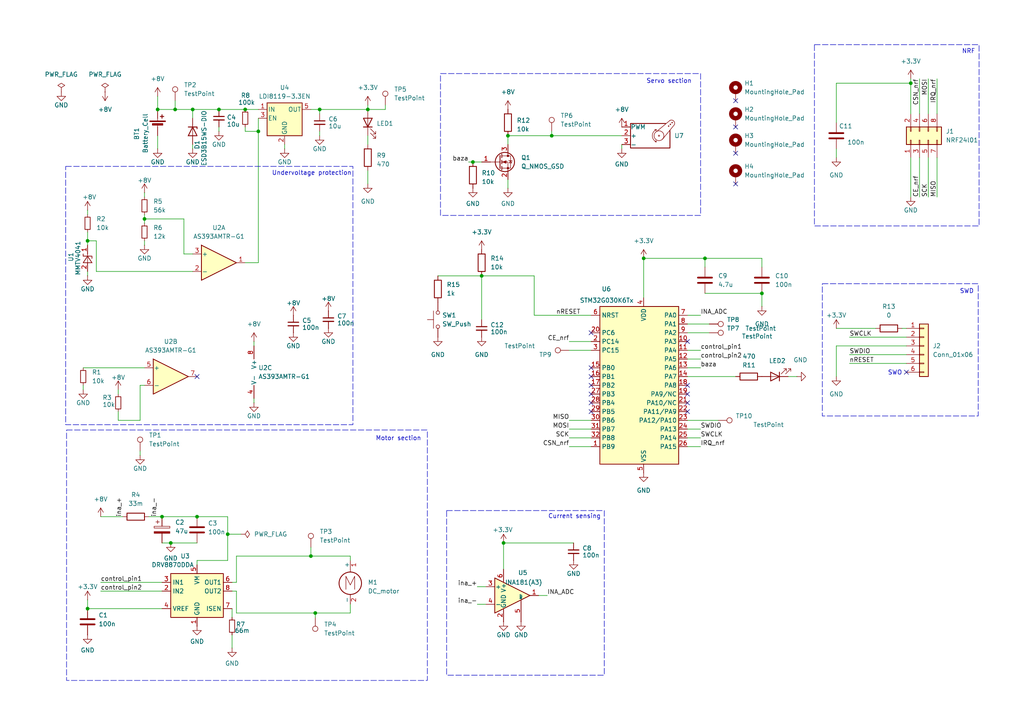
<source format=kicad_sch>
(kicad_sch (version 20231120) (generator "eeschema") (generator_version "8.0")
  (paper "A4")
  (title_block (title "SAMOCHODZIK_PCB") (rev "9.9.7"))
  (junction (at 25.4 69.85))
  (junction (at 204.47 74.93))
  (junction (at 49.53 157.48))
  (junction (at 92.71 31.75))
  (junction (at 160.02 39.37))
  (junction (at 106.68 31.75))
  (junction (at 50.8 31.75))
  (junction (at 186.69 74.93))
  (junction (at 139.7 80.01))
  (junction (at 41.91 63.5))
  (junction (at 46.99 149.86))
  (junction (at 55.88 31.75))
  (junction (at 90.17 161.29))
  (junction (at 66.04 154.94))
  (junction (at 264.16 24.13))
  (junction (at 74.93 38.1))
  (junction (at 146.05 157.48))
  (junction (at 45.72 31.75))
  (junction (at 57.15 149.86))
  (junction (at 63.5 31.75))
  (junction (at 147.32 39.37))
  (junction (at 137.16 46.99))
  (junction (at 91.44 177.8))
  (junction (at 25.4 176.53))
  (junction (at 71.12 31.75))
  (junction (at 220.98 85.09))
  (no_connect (at 213.36 36.83))
  (no_connect (at 171.45 106.68))
  (no_connect (at 262.89 107.95))
  (no_connect (at 171.45 96.52))
  (no_connect (at 199.39 99.06))
  (no_connect (at 199.39 119.38))
  (no_connect (at 213.36 44.45))
  (no_connect (at 171.45 111.76))
  (no_connect (at 213.36 53.34))
  (no_connect (at 213.36 29.21))
  (no_connect (at 171.45 119.38))
  (no_connect (at 171.45 114.3))
  (no_connect (at 171.45 109.22))
  (no_connect (at 57.15 109.22))
  (no_connect (at 199.39 116.84))
  (no_connect (at 171.45 116.84))
  (no_connect (at 199.39 111.76))
  (no_connect (at 199.39 114.3))
  (wire (pts (xy 220.98 74.93) (xy 220.98 77.47)))
  (wire (pts (xy 266.7 22.86) (xy 266.7 33.02)))
  (wire (pts (xy 67.31 184.15) (xy 67.31 187.96)))
  (wire (pts (xy 25.4 176.53) (xy 46.99 176.53)))
  (wire (pts (xy 66.04 149.86) (xy 66.04 154.94)))
  (wire (pts (xy 46.99 157.48) (xy 49.53 157.48)))
  (wire (pts (xy 25.4 173.99) (xy 25.4 176.53)))
  (wire (pts (xy 138.43 170.18) (xy 140.97 170.18)))
  (wire (pts (xy 55.88 31.75) (xy 63.5 31.75)))
  (wire (pts (xy 199.39 104.14) (xy 203.2 104.14)))
  (wire (pts (xy 45.72 39.37) (xy 45.72 43.18)))
  (wire (pts (xy 208.28 121.92) (xy 199.39 121.92)))
  (wire (pts (xy 29.21 149.86) (xy 35.56 149.86)))
  (wire (pts (xy 29.21 168.91) (xy 46.99 168.91)))
  (wire (pts (xy 92.71 39.37) (xy 92.71 38.1)))
  (wire (pts (xy 146.05 157.48) (xy 166.37 157.48)))
  (wire (pts (xy 269.24 45.72) (xy 269.24 57.15)))
  (wire (pts (xy 165.1 129.54) (xy 171.45 129.54)))
  (wire (pts (xy 90.17 158.75) (xy 90.17 161.29)))
  (wire (pts (xy 146.05 157.48) (xy 146.05 165.1)))
  (wire (pts (xy 199.39 124.46) (xy 203.2 124.46)))
  (wire (pts (xy 74.93 38.1) (xy 74.93 76.2)))
  (wire (pts (xy 266.7 45.72) (xy 266.7 57.15)))
  (wire (pts (xy 199.39 96.52) (xy 205.74 96.52)))
  (wire (pts (xy 57.15 162.56) (xy 66.04 162.56)))
  (wire (pts (xy 106.68 39.37) (xy 106.68 41.91)))
  (wire (pts (xy 50.8 29.21) (xy 50.8 31.75)))
  (wire (pts (xy 147.32 39.37) (xy 160.02 39.37)))
  (wire (pts (xy 25.4 69.85) (xy 27.94 69.85)))
  (wire (pts (xy 160.02 39.37) (xy 180.34 39.37)))
  (wire (pts (xy 63.5 31.75) (xy 71.12 31.75)))
  (wire (pts (xy 180.34 43.18) (xy 180.34 41.91)))
  (wire (pts (xy 25.4 60.96) (xy 25.4 62.23)))
  (wire (pts (xy 106.68 49.53) (xy 106.68 53.34)))
  (wire (pts (xy 92.71 31.75) (xy 106.68 31.75)))
  (wire (pts (xy 68.58 171.45) (xy 67.31 171.45)))
  (wire (pts (xy 45.72 27.94) (xy 45.72 31.75)))
  (wire (pts (xy 74.93 38.1) (xy 71.12 38.1)))
  (wire (pts (xy 101.6 161.29) (xy 101.6 162.56)))
  (wire (pts (xy 199.39 129.54) (xy 203.2 129.54)))
  (wire (pts (xy 24.13 106.68) (xy 41.91 106.68)))
  (wire (pts (xy 40.64 111.76) (xy 41.91 111.76)))
  (wire (pts (xy 264.16 24.13) (xy 264.16 33.02)))
  (wire (pts (xy 34.29 119.38) (xy 34.29 121.92)))
  (wire (pts (xy 154.94 80.01) (xy 154.94 91.44)))
  (wire (pts (xy 66.04 154.94) (xy 69.85 154.94)))
  (wire (pts (xy 71.12 36.83) (xy 71.12 38.1)))
  (wire (pts (xy 147.32 52.07) (xy 147.32 54.61)))
  (wire (pts (xy 63.5 36.83) (xy 63.5 38.1)))
  (wire (pts (xy 106.68 31.75) (xy 111.76 31.75)))
  (wire (pts (xy 199.39 101.6) (xy 203.2 101.6)))
  (wire (pts (xy 24.13 111.76) (xy 24.13 113.03)))
  (wire (pts (xy 135.89 46.99) (xy 137.16 46.99)))
  (wire (pts (xy 111.76 30.48) (xy 111.76 31.75)))
  (wire (pts (xy 204.47 85.09) (xy 220.98 85.09)))
  (wire (pts (xy 90.17 161.29) (xy 101.6 161.29)))
  (wire (pts (xy 53.34 63.5) (xy 53.34 73.66)))
  (wire (pts (xy 242.57 24.13) (xy 264.16 24.13)))
  (wire (pts (xy 204.47 74.93) (xy 204.47 77.47)))
  (wire (pts (xy 71.12 31.75) (xy 74.93 31.75)))
  (wire (pts (xy 138.43 175.26) (xy 140.97 175.26)))
  (wire (pts (xy 57.15 163.83) (xy 57.15 162.56)))
  (wire (pts (xy 271.78 22.86) (xy 271.78 33.02)))
  (wire (pts (xy 34.29 113.03) (xy 34.29 114.3)))
  (wire (pts (xy 40.64 132.08) (xy 40.64 130.81)))
  (wire (pts (xy 199.39 109.22) (xy 213.36 109.22)))
  (wire (pts (xy 160.02 38.1) (xy 160.02 39.37)))
  (wire (pts (xy 165.1 124.46) (xy 171.45 124.46)))
  (wire (pts (xy 186.69 74.93) (xy 204.47 74.93)))
  (wire (pts (xy 246.38 97.79) (xy 262.89 97.79)))
  (wire (pts (xy 199.39 106.68) (xy 203.2 106.68)))
  (wire (pts (xy 246.38 102.87) (xy 262.89 102.87)))
  (wire (pts (xy 41.91 63.5) (xy 41.91 64.77)))
  (wire (pts (xy 91.44 177.8) (xy 91.44 179.07)))
  (wire (pts (xy 246.38 105.41) (xy 262.89 105.41)))
  (wire (pts (xy 264.16 22.86) (xy 264.16 24.13)))
  (wire (pts (xy 74.93 34.29) (xy 74.93 38.1)))
  (wire (pts (xy 27.94 78.74) (xy 55.88 78.74)))
  (wire (pts (xy 139.7 80.01) (xy 154.94 80.01)))
  (wire (pts (xy 91.44 177.8) (xy 101.6 177.8)))
  (wire (pts (xy 68.58 161.29) (xy 90.17 161.29)))
  (wire (pts (xy 242.57 100.33) (xy 242.57 109.22)))
  (wire (pts (xy 158.75 172.72) (xy 156.21 172.72)))
  (wire (pts (xy 50.8 31.75) (xy 55.88 31.75)))
  (wire (pts (xy 242.57 95.25) (xy 254 95.25)))
  (wire (pts (xy 25.4 78.74) (xy 25.4 80.01)))
  (wire (pts (xy 25.4 69.85) (xy 25.4 71.12)))
  (wire (pts (xy 204.47 74.93) (xy 220.98 74.93)))
  (wire (pts (xy 46.99 149.86) (xy 57.15 149.86)))
  (wire (pts (xy 127 80.01) (xy 139.7 80.01)))
  (wire (pts (xy 41.91 69.85) (xy 41.91 71.12)))
  (wire (pts (xy 68.58 171.45) (xy 68.58 177.8)))
  (wire (pts (xy 67.31 179.07) (xy 67.31 176.53)))
  (wire (pts (xy 68.58 168.91) (xy 68.58 161.29)))
  (wire (pts (xy 165.1 99.06) (xy 171.45 99.06)))
  (wire (pts (xy 43.18 149.86) (xy 46.99 149.86)))
  (wire (pts (xy 41.91 55.88) (xy 41.91 57.15)))
  (wire (pts (xy 154.94 91.44) (xy 171.45 91.44)))
  (wire (pts (xy 271.78 45.72) (xy 271.78 57.15)))
  (wire (pts (xy 220.98 85.09) (xy 220.98 88.9)))
  (wire (pts (xy 67.31 168.91) (xy 68.58 168.91)))
  (wire (pts (xy 262.89 100.33) (xy 242.57 100.33)))
  (wire (pts (xy 66.04 154.94) (xy 66.04 162.56)))
  (wire (pts (xy 242.57 24.13) (xy 242.57 35.56)))
  (wire (pts (xy 74.93 76.2) (xy 71.12 76.2)))
  (wire (pts (xy 137.16 46.99) (xy 139.7 46.99)))
  (wire (pts (xy 199.39 91.44) (xy 203.2 91.44)))
  (wire (pts (xy 55.88 41.91) (xy 55.88 43.18)))
  (wire (pts (xy 90.17 31.75) (xy 92.71 31.75)))
  (wire (pts (xy 41.91 62.23) (xy 41.91 63.5)))
  (wire (pts (xy 269.24 22.86) (xy 269.24 33.02)))
  (wire (pts (xy 49.53 157.48) (xy 57.15 157.48)))
  (wire (pts (xy 25.4 67.31) (xy 25.4 69.85)))
  (wire (pts (xy 199.39 127) (xy 203.2 127)))
  (wire (pts (xy 264.16 45.72) (xy 264.16 57.15)))
  (wire (pts (xy 165.1 121.92) (xy 171.45 121.92)))
  (wire (pts (xy 68.58 177.8) (xy 91.44 177.8)))
  (wire (pts (xy 40.64 121.92) (xy 40.64 111.76)))
  (wire (pts (xy 73.66 99.06) (xy 73.66 100.33)))
  (wire (pts (xy 73.66 115.57) (xy 73.66 116.84)))
  (wire (pts (xy 199.39 93.98) (xy 205.74 93.98)))
  (wire (pts (xy 101.6 177.8) (xy 101.6 175.26)))
  (wire (pts (xy 242.57 43.18) (xy 242.57 45.72)))
  (wire (pts (xy 45.72 31.75) (xy 50.8 31.75)))
  (wire (pts (xy 27.94 78.74) (xy 27.94 69.85)))
  (wire (pts (xy 53.34 73.66) (xy 55.88 73.66)))
  (wire (pts (xy 261.62 95.25) (xy 262.89 95.25)))
  (wire (pts (xy 147.32 39.37) (xy 147.32 41.91)))
  (wire (pts (xy 29.21 171.45) (xy 46.99 171.45)))
  (wire (pts (xy 228.6 109.22) (xy 231.14 109.22)))
  (wire (pts (xy 57.15 149.86) (xy 66.04 149.86)))
  (wire (pts (xy 186.69 74.93) (xy 186.69 86.36)))
  (wire (pts (xy 106.68 31.75) (xy 106.68 30.48)))
  (wire (pts (xy 82.55 41.91) (xy 82.55 43.18)))
  (wire (pts (xy 165.1 101.6) (xy 171.45 101.6)))
  (wire (pts (xy 41.91 63.5) (xy 53.34 63.5)))
  (wire (pts (xy 139.7 80.01) (xy 139.7 92.71)))
  (wire (pts (xy 92.71 33.02) (xy 92.71 31.75)))
  (wire (pts (xy 34.29 121.92) (xy 40.64 121.92)))
  (wire (pts (xy 165.1 127) (xy 171.45 127)))
  (wire (pts (xy 55.88 31.75) (xy 55.88 34.29)))
  (rectangle (start 19.05 48.26) (end 102.362 123.19) (stroke (width 0) (type dash)))
  (rectangle (start 19.304 124.714) (end 123.952 197.358) (stroke (width 0) (type dash)))
  (rectangle (start 236.22 12.954) (end 283.972 65.532) (stroke (width 0) (type dash)))
  (rectangle (start 238.506 82.296) (end 283.718 120.65) (stroke (width 0) (type dash)))
  (rectangle (start 127.762 21.336) (end 203.2 62.484) (stroke (width 0) (type dash)))
  (rectangle (start 129.54 148.082) (end 175.26 195.834) (stroke (width 0) (type dash)))
  (text "SWD" (at 280.416 84.582 0) (effects (font (size 1.27 1.27))))
  (text "NRF" (at 280.924 14.986 0) (effects (font (size 1.27 1.27))))
  (text "SWO" (at 259.588 108.204 0) (effects (font (size 1.27 1.27))))
  (text "Servo section\n" (at 194.056 23.622 0) (effects (font (size 1.27 1.27))))
  (text "Current sensing" (at 166.624 149.86 0) (effects (font (size 1.27 1.27))))
  (text "Undervoltage protection" (at 90.424 50.292 0) (effects (font (size 1.27 1.27))))
  (text "Motor section" (at 115.57 127.254 0) (effects (font (size 1.27 1.27))))
  (label "nRESET" (at 246.38 105.41 0))
  (label "MISO" (at 165.1 121.92 180))
  (label "SWCLK" (at 203.2 127 0))
  (label "ina_-" (at 138.43 175.26 180))
  (label "CSN_nrf" (at 165.1 129.54 180))
  (label "ina_+" (at 138.43 170.18 180))
  (label "SCK" (at 165.1 127 180))
  (label "MISO" (at 271.78 57.15 90))
  (label "SCK" (at 269.24 57.15 90))
  (label "ina_+" (at 35.56 149.86 90))
  (label "baza" (at 203.2 106.68 0))
  (label "CE_nrf" (at 165.1 99.06 180))
  (label "CSN_nrf" (at 266.7 22.86 270))
  (label "nRESET" (at 161.29 91.44 0))
  (label "IRQ_nrf" (at 271.78 22.86 270))
  (label "SWDIO" (at 203.2 124.46 0))
  (label "MOSI" (at 269.24 22.86 270))
  (label "control_pin1" (at 29.21 168.91 0))
  (label "control_pin1" (at 203.2 101.6 0))
  (label "MOSI" (at 165.1 124.46 180))
  (label "CE_nrf" (at 266.7 57.15 90))
  (label "SWDIO" (at 246.38 102.87 0))
  (label "control_pin2" (at 29.21 171.45 0))
  (label "baza" (at 135.89 46.99 180))
  (label "ina_-" (at 45.72 149.86 90))
  (label "control_pin2" (at 203.2 104.14 0))
  (label "INA_ADC" (at 203.2 91.44 0))
  (label "IRQ_nrf" (at 203.2 129.54 0))
  (label "INA_ADC" (at 158.75 172.72 0))
  (label "SWCLK" (at 246.38 97.79 0))
  (symbol (lib_id "power:GND") (at 139.7 97.79 0) (unit 1)
    (property "Reference" "#PWR049" (effects (hide yes)))
    (property "Value" "GND" (at 139.7 102.87 0))
    (property "Description" "Power symbol creates a global label with name \"GND\" , ground" (effects (hide yes)))
  )
  (symbol (lib_id "power:GND") (at 137.16 54.61 0) (unit 1)
    (property "Reference" "#PWR034" (effects (hide yes)))
    (property "Value" "GND" (at 137.16 59.055 0))
    (property "Description" "Power symbol creates a global label with name \"GND\" , ground" (effects (hide yes)))
  )
  (symbol (lib_id "Device:R") (at 139.7 76.2 180) (unit 1)
    (property "Reference" "R14" (at 142.24 74.9299 0) (effects (justify right)))
    (property "Value" "10k" (at 142.24 77.4699 0) (effects (justify right)))
    (property "Footprint" "Resistor_SMD:R_0603_1608Metric" (effects (hide yes)))
    (property "Description" "Resistor" (effects (hide yes)))
  )
  (symbol (lib_id "power:GND") (at 264.16 57.15 0) (unit 1)
    (property "Reference" "#PWR048" (effects (hide yes)))
    (property "Value" "GND" (at 264.16 60.96 0))
    (property "Description" "Power symbol creates a global label with name \"GND\" , ground" (effects (hide yes)))
  )
  (symbol (lib_id "Connector:TestPoint") (at 40.64 130.81 0) (unit 1)
    (property "Reference" "TP1" (at 43.18 126.2379 0) (effects (justify left)))
    (property "Value" "TestPoint" (at 43.18 128.7779 0) (effects (justify left)))
    (property "Footprint" "TestPoint:TestPoint_Pad_D1.0mm" (effects (hide yes)))
    (property "Description" "test point" (effects (hide yes)))
  )
  (symbol (lib_id "power:GND") (at 180.34 43.18 0) (unit 1)
    (property "Reference" "#PWR040" (effects (hide yes)))
    (property "Value" "GND" (at 180.34 47.625 0))
    (property "Description" "Power symbol creates a global label with name \"GND\" , ground" (effects (hide yes)))
  )
  (symbol (lib_id "Device:C") (at 57.15 153.67 0) (unit 1)
    (property "Reference" "C3" (at 60.325 151.765 0) (effects (justify left)))
    (property "Value" "100n" (at 60.325 154.305 0) (effects (justify left)))
    (property "Footprint" "Capacitor_SMD:C_0603_1608Metric" (effects (hide yes)))
    (property "Description" "Unpolarized capacitor" (effects (hide yes)))
  )
  (symbol (lib_id "power:+3.3V") (at 106.68 30.48 0) (unit 1)
    (property "Reference" "#PWR028" (effects (hide yes)))
    (property "Value" "+3.3V" (at 106.68 25.4 0))
    (property "Description" "Power symbol creates a global label with name \"+3.3V\"" (effects (hide yes)))
  )
  (symbol (lib_id "Device:R") (at 257.81 95.25 90) (unit 1)
    (property "Reference" "R13" (at 257.81 88.9 90))
    (property "Value" "0" (at 257.81 91.44 90))
    (property "Footprint" "Resistor_SMD:R_0603_1608Metric" (effects (hide yes)))
    (property "Description" "Resistor" (effects (hide yes)))
  )
  (symbol (lib_id "power:+BATT") (at 30.48 26.67 180) (unit 1)
    (property "Reference" "#PWR08" (effects (hide yes)))
    (property "Value" "+8V" (at 30.48 31.75 0))
    (property "Description" "Power symbol creates a global label with name \"+BATT\"" (effects (hide yes)))
  )
  (symbol (lib_id "Device:C") (at 204.47 81.28 180) (unit 1)
    (property "Reference" "C9" (at 208.28 80.0099 0) (effects (justify right)))
    (property "Value" "4.7u" (at 208.28 82.5499 0) (effects (justify right)))
    (property "Footprint" "Capacitor_SMD:C_0603_1608Metric" (effects (hide yes)))
    (property "Description" "Unpolarized capacitor" (effects (hide yes)))
  )
  (symbol (lib_id "power:+3.3V") (at 139.7 72.39 0) (unit 1)
    (property "Reference" "#PWR050" (effects (hide yes)))
    (property "Value" "+3.3V" (at 139.7 67.31 0))
    (property "Description" "Power symbol creates a global label with name \"+3.3V\"" (effects (hide yes)))
  )
  (symbol (lib_id "Mechanical:MountingHole_Pad") (at 213.36 50.8 0) (unit 1) (exclude_from_sim yes) (in_bom no)
    (property "Reference" "H4" (at 215.9 48.2599 0) (effects (justify left)))
    (property "Value" "MountingHole_Pad" (at 215.9 50.7999 0) (effects (justify left)))
    (property "Footprint" "MountingHole:MountingHole_3.2mm_M3_DIN965_Pad" (effects (hide yes)))
    (property "Description" "Mounting Hole with connection" (effects (hide yes)))
  )
  (symbol (lib_id "Device:Q_NMOS_GSD") (at 144.78 46.99 0) (unit 1)
    (property "Reference" "Q1" (at 151.13 45.7199 0) (effects (justify left)))
    (property "Value" "Q_NMOS_GSD" (at 151.13 48.2599 0) (effects (justify left)))
    (property "Footprint" "Package_TO_SOT_SMD:SOT-23" (effects (hide yes)))
    (property "Description" "N-MOSFET transistor, gate/source/drain" (effects (hide yes)))
    (property "MPN" "BXT420N03M" (effects (hide yes)))
  )
  (symbol (lib_id "Connector:TestPoint") (at 205.74 96.52 270) (unit 1)
    (property "Reference" "TP7" (at 210.82 95.2499 90) (effects (justify left)))
    (property "Value" "TestPoint" (at 215.138 97.536 90) (effects (justify left)))
    (property "Footprint" "TestPoint:TestPoint_Pad_D1.0mm" (effects (hide yes)))
    (property "Description" "test point" (effects (hide yes)))
  )
  (symbol (lib_id "power:GND") (at 73.66 116.84 0) (unit 1)
    (property "Reference" "#PWR021" (effects (hide yes)))
    (property "Value" "GND" (at 73.66 120.65 0))
    (property "Description" "Power symbol creates a global label with name \"GND\" , ground" (effects (hide yes)))
  )
  (symbol (lib_id "Amplifier_Current:INA181") (at 148.59 172.72 0) (unit 1)
    (property "Reference" "U5" (at 151.638 166.116 0))
    (property "Value" "INA181(A3)" (at 151.892 168.91 0))
    (property "Footprint" "Package_TO_SOT_SMD:SOT-23-6" (effects (hide yes)))
    (property "Datasheet" "http://www.ti.com/lit/ds/symlink/ina181.pdf" (effects (hide yes)))
    (property "Description" "Bidirectional, Low- and High-Side Voltage Output, Current-Sense Amplifier, SOT-23-6" (effects (hide yes)))
  )
  (symbol (lib_id "power:+BATT") (at 85.09 91.44 0) (unit 1)
    (property "Reference" "#PWR023" (effects (hide yes)))
    (property "Value" "+8V" (at 85.09 87.884 0))
    (property "Description" "Power symbol creates a global label with name \"+BATT\"" (effects (hide yes)))
  )
  (symbol (lib_id "Connector_Generic:Conn_02x04_Odd_Even") (at 266.7 40.64 90) (unit 1)
    (property "Reference" "J1" (at 274.32 38.0999 90) (effects (justify right)))
    (property "Value" "NRF24l01" (at 274.32 40.6399 90) (effects (justify right)))
    (property "Footprint" "Connector_PinHeader_2.54mm:PinHeader_2x04_P2.54mm_Vertical" (effects (hide yes)))
    (property "Description" "Generic connector, double row, 02x04, odd/even pin numbering scheme (row 1 odd numbers, row 2 even numbers), script generated (kicad-library-utils/schlib/autogen/connector/)" (effects (hide yes)))
  )
  (symbol (lib_id "Device:C") (at 242.57 39.37 180) (unit 1)
    (property "Reference" "C11" (at 243.332 36.576 0) (effects (justify right)))
    (property "Value" "100n" (at 245.745 41.275 0) (effects (justify right)))
    (property "Footprint" "Capacitor_SMD:C_0603_1608Metric" (effects (hide yes)))
    (property "Description" "Unpolarized capacitor" (effects (hide yes)))
  )
  (symbol (lib_id "Switch:SW_Push") (at 127 92.71 90) (unit 1)
    (property "Reference" "SW1" (at 128.27 91.4399 90) (effects (justify right)))
    (property "Value" "SW_Push" (at 128.27 93.9799 90) (effects (justify right)))
    (property "Footprint" "Button_Switch_SMD:SW_SPST_TL3305A" (effects (hide yes)))
    (property "Description" "Push button switch, generic, two pins" (effects (hide yes)))
  )
  (symbol (lib_id "Device:Battery_Cell") (at 45.72 36.83 0) (unit 1)
    (property "Reference" "BT1" (at 39.624 40.64 90) (effects (justify left)))
    (property "Value" "Battery_Cell" (at 42.164 44.45 90) (effects (justify left)))
    (property "Footprint" "custom_driftocar:screw_terminal_XY3001V-2P_(5.00)-XINYA" (effects (hide yes)))
    (property "Description" "Single-cell battery" (effects (hide yes)))
  )
  (symbol (lib_id "power:GND") (at 166.37 162.56 0) (unit 1)
    (property "Reference" "#PWR033" (effects (hide yes)))
    (property "Value" "GND" (at 166.37 166.37 0))
    (property "Description" "Power symbol creates a global label with name \"GND\" , ground" (effects (hide yes)))
  )
  (symbol (lib_id "power:GND") (at 17.78 26.67 0) (unit 1)
    (property "Reference" "#PWR01" (effects (hide yes)))
    (property "Value" "GND" (at 17.78 30.48 0))
    (property "Description" "Power symbol creates a global label with name \"GND\" , ground" (effects (hide yes)))
  )
  (symbol (lib_id "Device:C_Small") (at 95.25 92.71 0) (unit 1)
    (property "Reference" "C7" (at 97.79 91.694 0) (effects (justify left)))
    (property "Value" "100n" (at 97.79 93.726 0) (effects (justify left)))
    (property "Footprint" "Capacitor_SMD:C_0603_1608Metric" (effects (hide yes)))
    (property "Description" "Unpolarized capacitor, small symbol" (effects (hide yes)))
  )
  (symbol (lib_id "power:+BATT") (at 34.29 113.03 0) (unit 1)
    (property "Reference" "#PWR09" (effects (hide yes)))
    (property "Value" "+8V" (at 34.29 109.474 0))
    (property "Description" "Power symbol creates a global label with name \"+BATT\"" (effects (hide yes)))
  )
  (symbol (lib_id "power:+BATT") (at 95.25 90.17 0) (unit 1)
    (property "Reference" "#PWR026" (effects (hide yes)))
    (property "Value" "+8V" (at 95.25 86.614 0))
    (property "Description" "Power symbol creates a global label with name \"+BATT\"" (effects (hide yes)))
  )
  (symbol (lib_id "Connector:TestPoint") (at 50.8 29.21 0) (unit 1)
    (property "Reference" "TP2" (at 53.34 24.6379 0) (effects (justify left)))
    (property "Value" "TestPoint" (at 53.34 27.1779 0) (effects (justify left)))
    (property "Footprint" "TestPoint:TestPoint_Pad_D1.0mm" (effects (hide yes)))
    (property "Description" "test point" (effects (hide yes)))
  )
  (symbol (lib_id "power:+BATT") (at 180.34 36.83 0) (unit 1)
    (property "Reference" "#PWR039" (effects (hide yes)))
    (property "Value" "+8V" (at 180.34 31.75 0))
    (property "Description" "Power symbol creates a global label with name \"+BATT\"" (effects (hide yes)))
  )
  (symbol (lib_id "Connector_Generic:Conn_01x06") (at 267.97 100.33 0) (unit 1)
    (property "Reference" "J2" (at 270.51 100.3299 0) (effects (justify left)))
    (property "Value" "Conn_01x06" (at 270.51 102.8699 0) (effects (justify left)))
    (property "Footprint" "Connector_PinHeader_2.54mm:PinHeader_1x06_P2.54mm_Vertical" (effects (hide yes)))
    (property "Description" "Generic connector, single row, 01x06, script generated (kicad-library-utils/schlib/autogen/connector/)" (effects (hide yes)))
  )
  (symbol (lib_id "power:PWR_FLAG") (at 17.78 26.67 0) (unit 1)
    (property "Reference" "#FLG01" (effects (hide yes)))
    (property "Value" "PWR_FLAG" (at 17.78 21.59 0))
    (property "Description" "Special symbol for telling ERC where power comes from" (effects (hide yes)))
  )
  (symbol (lib_id "power:+BATT") (at 45.72 27.94 0) (unit 1)
    (property "Reference" "#PWR013" (effects (hide yes)))
    (property "Value" "+8V" (at 45.72 22.86 0))
    (property "Description" "Power symbol creates a global label with name \"+BATT\"" (effects (hide yes)))
  )
  (symbol (lib_id "power:+BATT") (at 73.66 99.06 0) (unit 1)
    (property "Reference" "#PWR020" (effects (hide yes)))
    (property "Value" "+8V" (at 73.66 93.98 0))
    (property "Description" "Power symbol creates a global label with name \"+BATT\"" (effects (hide yes)))
  )
  (symbol (lib_id "power:+3.3V") (at 25.4 173.99 0) (unit 1)
    (property "Reference" "#PWR05" (effects (hide yes)))
    (property "Value" "+3.3V" (at 25.4 170.18 0))
    (property "Description" "Power symbol creates a global label with name \"+3.3V\"" (effects (hide yes)))
  )
  (symbol (lib_id "Connector:TestPoint") (at 111.76 30.48 0) (unit 1)
    (property "Reference" "TP5" (at 114.3 25.9079 0) (effects (justify left)))
    (property "Value" "TestPoint" (at 114.3 28.4479 0) (effects (justify left)))
    (property "Footprint" "TestPoint:TestPoint_Pad_D1.0mm" (effects (hide yes)))
    (property "Description" "test point" (effects (hide yes)))
  )
  (symbol (lib_id "Device:R") (at 127 83.82 180) (unit 1)
    (property "Reference" "R15" (at 129.54 82.5499 0) (effects (justify right)))
    (property "Value" "1k" (at 129.54 85.0899 0) (effects (justify right)))
    (property "Footprint" "Resistor_SMD:R_0603_1608Metric" (effects (hide yes)))
    (property "Description" "Resistor" (effects (hide yes)))
  )
  (symbol (lib_id "power:GND") (at 127 97.79 0) (unit 1)
    (property "Reference" "#PWR038" (effects (hide yes)))
    (property "Value" "GND" (at 127 102.87 0))
    (property "Description" "Power symbol creates a global label with name \"GND\" , ground" (effects (hide yes)))
  )
  (symbol (lib_id "power:GND") (at 146.05 180.34 0) (unit 1)
    (property "Reference" "#PWR031" (effects (hide yes)))
    (property "Value" "GND" (at 146.05 184.15 0))
    (property "Description" "Power symbol creates a global label with name \"GND\" , ground" (effects (hide yes)))
  )
  (symbol (lib_id "Mechanical:MountingHole_Pad") (at 213.36 41.91 0) (unit 1) (exclude_from_sim yes) (in_bom no)
    (property "Reference" "H3" (at 215.9 39.3699 0) (effects (justify left)))
    (property "Value" "MountingHole_Pad" (at 215.9 41.9099 0) (effects (justify left)))
    (property "Footprint" "MountingHole:MountingHole_3.2mm_M3_DIN965_Pad" (effects (hide yes)))
    (property "Description" "Mounting Hole with connection" (effects (hide yes)))
  )
  (symbol (lib_id "Connector:TestPoint") (at 208.28 121.92 270) (unit 1)
    (property "Reference" "TP10" (at 213.36 120.6499 90) (effects (justify left)))
    (property "Value" "TestPoint" (at 218.44 123.19 90) (effects (justify left)))
    (property "Footprint" "TestPoint:TestPoint_Pad_D1.0mm" (effects (hide yes)))
    (property "Description" "test point" (effects (hide yes)))
  )
  (symbol (lib_id "Device:C") (at 25.4 180.34 0) (unit 1)
    (property "Reference" "C1" (at 28.575 178.435 0) (effects (justify left)))
    (property "Value" "100n" (at 28.575 180.975 0) (effects (justify left)))
    (property "Footprint" "Capacitor_SMD:C_0603_1608Metric" (effects (hide yes)))
    (property "Description" "Unpolarized capacitor" (effects (hide yes)))
  )
  (symbol (lib_id "Connector:TestPoint") (at 90.17 158.75 0) (unit 1)
    (property "Reference" "TP3" (at 92.71 154.1779 0) (effects (justify left)))
    (property "Value" "TestPoint" (at 92.71 156.7179 0) (effects (justify left)))
    (property "Footprint" "TestPoint:TestPoint_Pad_D1.0mm" (effects (hide yes)))
    (property "Description" "test point" (effects (hide yes)))
  )
  (symbol (lib_id "power:GND") (at 186.69 137.16 0) (unit 1)
    (property "Reference" "#PWR042" (effects (hide yes)))
    (property "Value" "GND" (at 186.69 142.24 0))
    (property "Description" "Power symbol creates a global label with name \"GND\" , ground" (effects (hide yes)))
  )
  (symbol (lib_id "Motor:Motor_Servo") (at 187.96 39.37 0) (unit 1)
    (property "Reference" "U7" (at 195.58 39.37 0) (effects (justify left)))
    (property "Value" "S1" (effects (hide yes)))
    (property "Footprint" "Connector_PinHeader_2.54mm:PinHeader_1x03_P2.54mm_Vertical" (effects (hide yes)))
    (property "Datasheet" "http://forums.parallax.com/uploads/attachments/46831/74481.png" (effects (hide yes)))
    (property "Description" "Servo Motor (Futaba, HiTec, JR connector)" (effects (hide yes)))
    (property "stary_tme" "https://www.tme.eu/pl/details/df-ser0006/serwomechanizmy/dfrobot/ser0006/" (effects (hide yes)))
    (property "nowy_tme" "https://www.tme.eu/pl/details/kp-p0260/serwomechanizmy/k-power/p0260/" (effects (hide yes)))
  )
  (symbol (lib_id "Device:R_Small") (at 24.13 109.22 0) (unit 1)
    (property "Reference" "R1" (at 26.67 107.9499 0) (effects (justify left)))
    (property "Value" "10k" (at 26.67 110.4899 0) (effects (justify left)))
    (property "Footprint" "Resistor_SMD:R_0603_1608Metric" (effects (hide yes)))
    (property "Description" "Resistor, small symbol" (effects (hide yes)))
  )
  (symbol (lib_id "power:GND") (at 25.4 80.01 0) (unit 1)
    (property "Reference" "#PWR04" (effects (hide yes)))
    (property "Value" "GND" (at 25.4 83.82 0))
    (property "Description" "Power symbol creates a global label with name \"GND\" , ground" (effects (hide yes)))
  )
  (symbol (lib_id "power:GND") (at 147.32 54.61 0) (unit 1)
    (property "Reference" "#PWR037" (effects (hide yes)))
    (property "Value" "GND" (at 147.32 59.055 0))
    (property "Description" "Power symbol creates a global label with name \"GND\" , ground" (effects (hide yes)))
  )
  (symbol (lib_id "power:GND") (at 25.4 184.15 0) (unit 1)
    (property "Reference" "#PWR06" (effects (hide yes)))
    (property "Value" "GND" (at 25.4 188.595 0))
    (property "Description" "Power symbol creates a global label with name \"GND\" , ground" (effects (hide yes)))
  )
  (symbol (lib_id "Device:R_Small") (at 41.91 59.69 0) (unit 1)
    (property "Reference" "R5" (at 44.45 58.4199 0) (effects (justify left)))
    (property "Value" "56k" (at 44.45 60.9599 0) (effects (justify left)))
    (property "Footprint" "Resistor_SMD:R_0603_1608Metric" (effects (hide yes)))
    (property "Description" "Resistor, small symbol" (effects (hide yes)))
  )
  (symbol (lib_id "power:+BATT") (at 41.91 55.88 0) (unit 1)
    (property "Reference" "#PWR011" (effects (hide yes)))
    (property "Value" "+8V" (at 41.91 52.324 0))
    (property "Description" "Power symbol creates a global label with name \"+BATT\"" (effects (hide yes)))
  )
  (symbol (lib_id "power:GND") (at 95.25 95.25 0) (unit 1)
    (property "Reference" "#PWR027" (effects (hide yes)))
    (property "Value" "GND" (at 95.25 99.06 0))
    (property "Description" "Power symbol creates a global label with name \"GND\" , ground" (effects (hide yes)))
  )
  (symbol (lib_id "power:GND") (at 242.57 45.72 0) (unit 1)
    (property "Reference" "#PWR044" (effects (hide yes)))
    (property "Value" "GND" (at 242.57 50.8 0))
    (property "Description" "Power symbol creates a global label with name \"GND\" , ground" (effects (hide yes)))
  )
  (symbol (lib_id "Device:R_Small") (at 25.4 64.77 0) (unit 1)
    (property "Reference" "R2" (at 27.94 63.4999 0) (effects (justify left)))
    (property "Value" "10k" (at 27.94 66.0399 0) (effects (justify left)))
    (property "Footprint" "Resistor_SMD:R_0603_1608Metric" (effects (hide yes)))
    (property "Description" "Resistor, small symbol" (effects (hide yes)))
  )
  (symbol (lib_id "Device:R_Small") (at 41.91 67.31 0) (unit 1)
    (property "Reference" "R6" (at 44.45 66.0399 0) (effects (justify left)))
    (property "Value" "12k" (at 44.45 68.5799 0) (effects (justify left)))
    (property "Footprint" "Resistor_SMD:R_0603_1608Metric" (effects (hide yes)))
    (property "Description" "Resistor, small symbol" (effects (hide yes)))
  )
  (symbol (lib_id "Motor:Motor_DC") (at 101.6 167.64 0) (unit 1)
    (property "Reference" "M1" (at 106.68 168.9099 0) (effects (justify left)))
    (property "Value" "DC_motor" (at 106.68 171.4499 0) (effects (justify left)))
    (property "Footprint" "custom_driftocar:screw_terminal_XY3001V-2P_(5.00)-XINYA" (effects (hide yes)))
    (property "Description" "DC Motor" (effects (hide yes)))
    (property "tme" "https://abc-rc.pl/pl/products/silnik-szczotkowy-dc-3-6v-typ-380-os-13mm-do-projektow-diy-15864.html" (effects (hide yes)))
  )
  (symbol (lib_id "power:GND") (at 55.88 43.18 0) (unit 1)
    (property "Reference" "#PWR016" (effects (hide yes)))
    (property "Value" "GND" (at 55.88 46.99 0))
    (property "Description" "Power symbol creates a global label with name \"GND\" , ground" (effects (hide yes)))
  )
  (symbol (lib_id "Device:R_Small") (at 34.29 116.84 0) (unit 1)
    (property "Reference" "R3" (at 29.718 115.316 0) (effects (justify left)))
    (property "Value" "10k" (at 29.718 117.348 0) (effects (justify left)))
    (property "Footprint" "Resistor_SMD:R_0603_1608Metric" (effects (hide yes)))
    (property "Description" "Resistor, small symbol" (effects (hide yes)))
  )
  (symbol (lib_id "power:PWR_FLAG") (at 30.48 26.67 0) (unit 1)
    (property "Reference" "#FLG02" (effects (hide yes)))
    (property "Value" "PWR_FLAG" (at 30.48 21.59 0))
    (property "Description" "Special symbol for telling ERC where power comes from" (effects (hide yes)))
  )
  (symbol (lib_id "Diode:PTVS5V0Z1USK") (at 55.88 38.1 270) (unit 1)
    (property "Reference" "D1" (at 57.15 40.64 0) (effects (justify left)))
    (property "Value" "ESD3B15WS-DIO" (at 59.182 32.004 0) (effects (justify left)))
    (property "Footprint" "Diode_SMD:D_SOD-323_HandSoldering" (effects (hide yes)))
    (property "Datasheet" "https://assets.nexperia.com/documents/data-sheet/PTVS5V0Z1USK.pdf" (effects (hide yes)))
    (property "Description" "5V, 1200W TVS unidirectional diode, DSN1608-2" (effects (hide yes)))
    (property "MPN" "ESD3B15WS" (effects (hide yes)))
    (property "link" "https://www.tme.eu/pl/details/esd3b15ws-dio/diody-transil-smd-dwukierunkowe/diotec-semiconductor/esd3b15ws/" (effects (hide yes)))
  )
  (symbol (lib_id "Device:R_Small") (at 67.31 181.61 180) (unit 1)
    (property "Reference" "R7" (at 71.12 181.102 0) (effects (justify left)))
    (property "Value" "66m" (at 72.39 182.88 0) (effects (justify left)))
    (property "Footprint" "Resistor_SMD:R_2010_5025Metric" (effects (hide yes)))
    (property "Description" "Resistor, small symbol" (effects (hide yes)))
    (property "MPN" "CS10FTGTR068" (effects (hide yes)))
  )
  (symbol (lib_id "power:+BATT") (at 147.32 31.75 0) (unit 1)
    (property "Reference" "#PWR036" (effects (hide yes)))
    (property "Value" "+8V" (at 147.32 26.67 0))
    (property "Description" "Power symbol creates a global label with name \"+BATT\"" (effects (hide yes)))
  )
  (symbol (lib_id "Mechanical:MountingHole_Pad") (at 213.36 34.29 0) (unit 1) (exclude_from_sim yes) (in_bom no)
    (property "Reference" "H2" (at 215.9 31.7499 0) (effects (justify left)))
    (property "Value" "MountingHole_Pad" (at 215.9 34.2899 0) (effects (justify left)))
    (property "Footprint" "MountingHole:MountingHole_3.2mm_M3_DIN965_Pad" (effects (hide yes)))
    (property "Description" "Mounting Hole with connection" (effects (hide yes)))
  )
  (symbol (lib_id "power:+3.3V") (at 242.57 95.25 0) (unit 1)
    (property "Reference" "#PWR045" (effects (hide yes)))
    (property "Value" "+3.3V" (at 242.57 91.44 0))
    (property "Description" "Power symbol creates a global label with name \"+3.3V\"" (effects (hide yes)))
  )
  (symbol (lib_id "Driver_Motor:DRV8870DDA") (at 57.15 171.45 0) (unit 1)
    (property "Reference" "U3" (at 52.324 161.29 0) (effects (justify left)))
    (property "Value" "DRV8870DDA" (at 43.942 163.83 0) (effects (justify left)))
    (property "Footprint" "Package_SO:Texas_HTSOP-8-1EP_3.9x4.9mm_P1.27mm_EP2.95x4.9mm_Mask2.4x3.1mm_ThermalVias" (effects (hide yes)))
    (property "Datasheet" "http://www.ti.com/lit/ds/symlink/drv8870.pdf" (effects (hide yes)))
    (property "Description" "Brushed DC Motor Driver, PWM Control, 45V, 3.6A, Dynamic current limiting, HTSOP-8" (effects (hide yes)))
  )
  (symbol (lib_id "Connector:TestPoint") (at 91.44 179.07 180) (unit 1)
    (property "Reference" "TP4" (at 93.98 181.1019 0) (effects (justify right)))
    (property "Value" "TestPoint" (at 93.98 183.6419 0) (effects (justify right)))
    (property "Footprint" "TestPoint:TestPoint_Pad_D1.0mm" (effects (hide yes)))
    (property "Description" "test point" (effects (hide yes)))
  )
  (symbol (lib_id "power:GND") (at 49.53 157.48 0) (unit 1)
    (property "Reference" "#PWR015" (effects (hide yes)))
    (property "Value" "GND" (at 49.53 161.925 0))
    (property "Description" "Power symbol creates a global label with name \"GND\" , ground" (effects (hide yes)))
  )
  (symbol (lib_id "Connector:TestPoint") (at 165.1 101.6 90) (unit 1)
    (property "Reference" "TP9" (at 160.02 102.8701 90) (effects (justify left)))
    (property "Value" "TestPoint" (at 155.194 100.33 90) (effects (justify left)))
    (property "Footprint" "TestPoint:TestPoint_Pad_D1.0mm" (effects (hide yes)))
    (property "Description" "test point" (effects (hide yes)))
  )
  (symbol (lib_id "power:GND") (at 85.09 96.52 0) (unit 1)
    (property "Reference" "#PWR024" (effects (hide yes)))
    (property "Value" "GND" (at 85.09 100.33 0))
    (property "Description" "Power symbol creates a global label with name \"GND\" , ground" (effects (hide yes)))
  )
  (symbol (lib_id "power:GND") (at 82.55 43.18 0) (unit 1)
    (property "Reference" "#PWR022" (effects (hide yes)))
    (property "Value" "GND" (at 82.55 46.99 0))
    (property "Description" "Power symbol creates a global label with name \"GND\" , ground" (effects (hide yes)))
  )
  (symbol (lib_id "Device:C_Small") (at 63.5 34.29 0) (unit 1)
    (property "Reference" "C4" (at 65.786 34.036 0) (effects (justify left)))
    (property "Value" "10u" (at 65.786 36.068 0) (effects (justify left)))
    (property "Footprint" "Capacitor_SMD:C_0603_1608Metric" (effects (hide yes)))
    (property "Description" "Unpolarized capacitor, small symbol" (effects (hide yes)))
  )
  (symbol (lib_id "power:GND") (at 41.91 71.12 0) (unit 1)
    (property "Reference" "#PWR012" (effects (hide yes)))
    (property "Value" "GND" (at 41.91 74.93 0))
    (property "Description" "Power symbol creates a global label with name \"GND\" , ground" (effects (hide yes)))
  )
  (symbol (lib_id "power:+BATT") (at 29.21 149.86 0) (unit 1)
    (property "Reference" "#PWR07" (effects (hide yes)))
    (property "Value" "+8V" (at 29.21 144.78 0))
    (property "Description" "Power symbol creates a global label with name \"+BATT\"" (effects (hide yes)))
  )
  (symbol (lib_id "Device:LED") (at 224.79 109.22 180) (unit 1)
    (property "Reference" "LED2" (effects (hide yes)))
    (property "Value" "LED2" (at 223.012 104.648 0) (effects (justify right)))
    (property "Footprint" "Diode_SMD:D_0603_1608Metric" (effects (hide yes)))
    (property "Description" "Light emitting diode" (effects (hide yes)))
    (property "tme" "https://www.tme.eu/pl/details/vlmw41r1t1-7k8l-08/diody-led-smd-biale/vishay/" (effects (hide yes)))
  )
  (symbol (lib_id "power:GND") (at 57.15 181.61 0) (unit 1)
    (property "Reference" "#PWR017" (effects (hide yes)))
    (property "Value" "GND" (at 57.15 186.055 0))
    (property "Description" "Power symbol creates a global label with name \"GND\" , ground" (effects (hide yes)))
  )
  (symbol (lib_id "power:GND") (at 92.71 39.37 0) (unit 1)
    (property "Reference" "#PWR025" (effects (hide yes)))
    (property "Value" "GND" (at 92.71 43.18 0))
    (property "Description" "Power symbol creates a global label with name \"GND\" , ground" (effects (hide yes)))
  )
  (symbol (lib_id "Device:C_Polarized") (at 46.99 153.67 0) (unit 1)
    (property "Reference" "C2" (at 50.8 151.5109 0) (effects (justify left)))
    (property "Value" "47u" (at 50.8 154.0509 0) (effects (justify left)))
    (property "Footprint" "Capacitor_SMD:CP_Elec_6.3x5.3" (effects (hide yes)))
    (property "Description" "Polarized capacitor" (effects (hide yes)))
    (property "MPN" "RC1C476M6L005VR" (effects (hide yes)))
  )
  (symbol (lib_id "MCU_ST_STM32G0:STM32G030K6Tx") (at 184.15 111.76 0) (unit 1)
    (property "Reference" "U6" (at 174.498 83.82 0) (effects (justify left)))
    (property "Value" "STM32G030K6Tx" (at 168.148 87.122 0) (effects (justify left)))
    (property "Footprint" "Package_QFP:LQFP-32_7x7mm_P0.8mm" (effects (hide yes)))
    (property "Datasheet" "https://www.st.com/resource/en/datasheet/stm32g030k6.pdf" (effects (hide yes)))
    (property "Description" "STMicroelectronics Arm Cortex-M0+ MCU, 32KB flash, 8KB RAM, 64 MHz, 2.0-3.6V, 29 GPIO, LQFP32" (effects (hide yes)))
  )
  (symbol (lib_id "power:+3.3V") (at 146.05 157.48 0) (unit 1)
    (property "Reference" "#PWR030" (effects (hide yes)))
    (property "Value" "+3.3V" (at 145.796 153.67 0))
    (property "Description" "Power symbol creates a global label with name \"+3.3V\"" (effects (hide yes)))
  )
  (symbol (lib_id "power:+3.3V") (at 264.16 22.86 0) (unit 1)
    (property "Reference" "#PWR047" (effects (hide yes)))
    (property "Value" "+3.3V" (at 264.16 17.78 0))
    (property "Description" "Power symbol creates a global label with name \"+3.3V\"" (effects (hide yes)))
  )
  (symbol (lib_id "Device:C_Small") (at 92.71 35.56 0) (unit 1)
    (property "Reference" "C6" (at 95.25 34.544 0) (effects (justify left)))
    (property "Value" "10u" (at 95.25 36.576 0) (effects (justify left)))
    (property "Footprint" "Capacitor_SMD:C_0603_1608Metric" (effects (hide yes)))
    (property "Description" "Unpolarized capacitor, small symbol" (effects (hide yes)))
  )
  (symbol (lib_id "Device:LED") (at 106.68 35.56 90) (unit 1)
    (property "Reference" "LED1" (effects (hide yes)))
    (property "Value" "LED1" (at 109.22 35.814 90) (effects (justify right)))
    (property "Footprint" "Diode_SMD:D_0603_1608Metric" (effects (hide yes)))
    (property "Description" "Light emitting diode" (effects (hide yes)))
    (property "tme" "https://www.tme.eu/pl/details/vlmw41r1t1-7k8l-08/diody-led-smd-biale/vishay/" (effects (hide yes)))
  )
  (symbol (lib_id "Device:R") (at 217.17 109.22 270) (unit 1)
    (property "Reference" "R11" (at 219.202 105.918 90) (effects (justify right)))
    (property "Value" "470" (at 219.202 103.378 90) (effects (justify right)))
    (property "Footprint" "Resistor_SMD:R_0603_1608Metric" (effects (hide yes)))
    (property "Description" "Resistor" (effects (hide yes)))
  )
  (symbol (lib_id "power:GND") (at 24.13 113.03 0) (unit 1)
    (property "Reference" "#PWR02" (effects (hide yes)))
    (property "Value" "GND" (at 24.13 116.84 0))
    (property "Description" "Power symbol creates a global label with name \"GND\" , ground" (effects (hide yes)))
  )
  (symbol (lib_id "Connector:TestPoint") (at 160.02 38.1 0) (unit 1)
    (property "Reference" "TP6" (at 162.56 33.5279 0) (effects (justify left)))
    (property "Value" "TestPoint" (at 162.56 36.0679 0) (effects (justify left)))
    (property "Footprint" "TestPoint:TestPoint_Pad_D1.0mm" (effects (hide yes)))
    (property "Description" "test point" (effects (hide yes)))
  )
  (symbol (lib_id "power:GND") (at 106.68 53.34 0) (unit 1)
    (property "Reference" "#PWR029" (effects (hide yes)))
    (property "Value" "GND" (at 106.68 58.42 0))
    (property "Description" "Power symbol creates a global label with name \"GND\" , ground" (effects (hide yes)))
  )
  (symbol (lib_id "Comparator:MCP6562") (at 63.5 76.2 0) (unit 1)
    (property "Reference" "U2" (at 63.5 66.04 0))
    (property "Value" "AS393AMTR-G1" (at 63.5 68.58 0))
    (property "Footprint" "Package_SO:SOIC-8_3.9x4.9mm_P1.27mm" (effects (hide yes)))
  )
  (symbol (lib_id "Mechanical:MountingHole_Pad") (at 213.36 26.67 0) (unit 1) (exclude_from_sim yes) (in_bom no)
    (property "Reference" "H1" (at 215.9 24.1299 0) (effects (justify left)))
    (property "Value" "MountingHole_Pad" (at 215.9 26.6699 0) (effects (justify left)))
    (property "Footprint" "MountingHole:MountingHole_3.2mm_M3_DIN965_Pad" (effects (hide yes)))
    (property "Description" "Mounting Hole with connection" (effects (hide yes)))
  )
  (symbol (lib_id "Device:R") (at 147.32 35.56 180) (unit 1)
    (property "Reference" "R12" (at 149.86 34.925 0) (effects (justify right)))
    (property "Value" "10k" (at 149.86 37.465 0) (effects (justify right)))
    (property "Footprint" "Resistor_SMD:R_0603_1608Metric" (effects (hide yes)))
    (property "Description" "Resistor" (effects (hide yes)))
  )
  (symbol (lib_id "Device:R") (at 137.16 50.8 180) (unit 1)
    (property "Reference" "R10" (at 139.7 50.165 0) (effects (justify right)))
    (property "Value" "10k" (at 139.7 52.705 0) (effects (justify right)))
    (property "Footprint" "Resistor_SMD:R_0603_1608Metric" (effects (hide yes)))
    (property "Description" "Resistor" (effects (hide yes)))
  )
  (symbol (lib_id "power:+3.3V") (at 186.69 74.93 0) (unit 1)
    (property "Reference" "#PWR041" (effects (hide yes)))
    (property "Value" "+3.3V" (at 186.69 69.85 0))
    (property "Description" "Power symbol creates a global label with name \"+3.3V\"" (effects (hide yes)))
  )
  (symbol (lib_id "power:GND") (at 67.31 187.96 0) (unit 1)
    (property "Reference" "#PWR019" (effects (hide yes)))
    (property "Value" "GND" (at 67.31 192.405 0))
    (property "Description" "Power symbol creates a global label with name \"GND\" , ground" (effects (hide yes)))
  )
  (symbol (lib_id "power:GND") (at 242.57 109.22 0) (unit 1)
    (property "Reference" "#PWR046" (effects (hide yes)))
    (property "Value" "GND" (at 242.57 114.3 0))
    (property "Description" "Power symbol creates a global label with name \"GND\" , ground" (effects (hide yes)))
  )
  (symbol (lib_id "Reference_Voltage:LM4040DBZ-2.0") (at 25.4 74.93 90) (unit 1)
    (property "Reference" "U1" (at 20.574 73.152 0) (effects (justify right)))
    (property "Value" "MMTV4041" (at 22.606 69.85 0) (effects (justify right)))
    (property "Footprint" "Package_TO_SOT_SMD:SOT-23" (effects (hide yes)))
    (property "Datasheet" "http://www.ti.com/lit/ds/symlink/lm4040-n.pdf" (effects (hide yes)))
    (property "Description" "2.048V Precision Micropower Shunt Voltage Reference, SOT-23" (effects (hide yes)))
    (property "MPN" "MMTV4041" (effects (hide yes)))
    (property "URL" "https://www.tme.eu/pl/en/details/mmtv4041-dio/reference-voltage-sources-circuits/diotec-semiconductor/mmtv4041/" (effects (hide yes)))
  )
  (symbol (lib_id "power:GND") (at 151.13 180.34 0) (unit 1)
    (property "Reference" "#PWR032" (effects (hide yes)))
    (property "Value" "GND" (at 151.13 184.15 0))
    (property "Description" "Power symbol creates a global label with name \"GND\" , ground" (effects (hide yes)))
  )
  (symbol (lib_id "Device:R") (at 106.68 45.72 180) (unit 1)
    (property "Reference" "R9" (at 109.22 45.085 0) (effects (justify right)))
    (property "Value" "470" (at 109.22 47.625 0) (effects (justify right)))
    (property "Footprint" "Resistor_SMD:R_0603_1608Metric" (effects (hide yes)))
    (property "Description" "Resistor" (effects (hide yes)))
  )
  (symbol (lib_id "Regulator_Linear:TLV71209_SOT23-5") (at 82.55 34.29 0) (unit 1)
    (property "Reference" "U4" (at 82.55 25.4 0))
    (property "Value" "LDI8119-3.3EN" (at 82.55 27.94 0))
    (property "Footprint" "Package_TO_SOT_SMD:SOT-23-5" (effects (hide yes)))
    (property "Datasheet" "http://www.ti.com/lit/ds/symlink/tlv712.pdf" (effects (hide yes)))
    (property "Description" "300mA Low Dropout Voltage Regulator, Fixed Output 0.9V, SOT-23-5" (effects (hide yes)))
  )
  (symbol (lib_id "Device:C") (at 220.98 81.28 0) (unit 1)
    (property "Reference" "C10" (at 224.79 80.0099 0) (effects (justify left)))
    (property "Value" "100n" (at 224.79 82.5499 0) (effects (justify left)))
    (property "Footprint" "Capacitor_SMD:C_0603_1608Metric" (effects (hide yes)))
    (property "Description" "Unpolarized capacitor" (effects (hide yes)))
  )
  (symbol (lib_id "Device:C_Small") (at 139.7 95.25 0) (unit 1)
    (property "Reference" "C12" (at 142.24 94.234 0) (effects (justify left)))
    (property "Value" "100n" (at 142.24 96.266 0) (effects (justify left)))
    (property "Footprint" "Capacitor_SMD:C_0603_1608Metric" (effects (hide yes)))
    (property "Description" "Unpolarized capacitor, small symbol" (effects (hide yes)))
  )
  (symbol (lib_id "power:GND") (at 45.72 43.18 0) (unit 1)
    (property "Reference" "#PWR014" (effects (hide yes)))
    (property "Value" "GND" (at 45.72 46.99 0))
    (property "Description" "Power symbol creates a global label with name \"GND\" , ground" (effects (hide yes)))
  )
  (symbol (lib_id "Device:C_Small") (at 85.09 93.98 0) (unit 1)
    (property "Reference" "C5" (at 87.63 92.964 0) (effects (justify left)))
    (property "Value" "100n" (at 87.63 94.996 0) (effects (justify left)))
    (property "Footprint" "Capacitor_SMD:C_0603_1608Metric" (effects (hide yes)))
    (property "Description" "Unpolarized capacitor, small symbol" (effects (hide yes)))
  )
  (symbol (lib_id "Device:R_Small") (at 71.12 34.29 0) (unit 1)
    (property "Reference" "R8" (at 69.85 27.686 0) (effects (justify left)))
    (property "Value" "100k" (at 69.088 29.718 0) (effects (justify left)))
    (property "Footprint" "Resistor_SMD:R_0603_1608Metric" (effects (hide yes)))
    (property "Description" "Resistor, small symbol" (effects (hide yes)))
  )
  (symbol (lib_id "power:GND") (at 231.14 109.22 90) (unit 1)
    (property "Reference" "#PWR035" (effects (hide yes)))
    (property "Value" "GND" (at 232.156 104.394 90))
    (property "Description" "Power symbol creates a global label with name \"GND\" , ground" (effects (hide yes)))
  )
  (symbol (lib_id "Device:C_Small") (at 166.37 160.02 0) (unit 1)
    (property "Reference" "C8" (at 168.91 159.004 0) (effects (justify left)))
    (property "Value" "100n" (at 168.91 161.036 0) (effects (justify left)))
    (property "Footprint" "Capacitor_SMD:C_0603_1608Metric" (effects (hide yes)))
    (property "Description" "Unpolarized capacitor, small symbol" (effects (hide yes)))
  )
  (symbol (lib_id "power:PWR_FLAG") (at 69.85 154.94 270) (unit 1)
    (property "Reference" "#FLG03" (effects (hide yes)))
    (property "Value" "PWR_FLAG" (at 73.66 154.9399 90) (effects (justify left)))
    (property "Description" "Special symbol for telling ERC where power comes from" (effects (hide yes)))
  )
  (symbol (lib_id "power:GND") (at 40.64 132.08 0) (unit 1)
    (property "Reference" "#PWR010" (effects (hide yes)))
    (property "Value" "GND" (at 40.64 135.89 0))
    (property "Description" "Power symbol creates a global label with name \"GND\" , ground" (effects (hide yes)))
  )
  (symbol (lib_id "Connector:TestPoint") (at 205.74 93.98 270) (unit 1)
    (property "Reference" "TP8" (at 210.82 92.7099 90) (effects (justify left)))
    (property "Value" "TestPoint" (at 216.154 95.25 90) (effects (justify left)))
    (property "Footprint" "TestPoint:TestPoint_Pad_D1.0mm" (effects (hide yes)))
    (property "Description" "test point" (effects (hide yes)))
  )
  (symbol (lib_id "power:GND") (at 220.98 88.9 0) (unit 1)
    (property "Reference" "#PWR043" (effects (hide yes)))
    (property "Value" "GND" (at 220.98 93.98 0))
    (property "Description" "Power symbol creates a global label with name \"GND\" , ground" (effects (hide yes)))
  )
  (symbol (lib_id "Comparator:MCP6562") (at 49.53 109.22 0) (unit 2)
    (property "Reference" "U2" (at 49.53 99.06 0))
    (property "Value" "AS393AMTR-G1" (at 49.53 101.6 0))
    (property "Footprint" "Package_SO:SOIC-8_3.9x4.9mm_P1.27mm" (effects (hide yes)))
  )
  (symbol (lib_id "Comparator:MCP6562") (at 76.2 107.95 0) (unit 3)
    (property "Reference" "U2" (at 74.93 106.6799 0) (effects (justify left)))
    (property "Value" "AS393AMTR-G1" (at 74.93 109.2199 0) (effects (justify left)))
    (property "Footprint" "Package_SO:SOIC-8_3.9x4.9mm_P1.27mm" (effects (hide yes)))
  )
  (symbol (lib_id "power:GND") (at 63.5 38.1 0) (unit 1)
    (property "Reference" "#PWR018" (effects (hide yes)))
    (property "Value" "GND" (at 63.5 41.91 0))
    (property "Description" "Power symbol creates a global label with name \"GND\" , ground" (effects (hide yes)))
  )
  (symbol (lib_id "power:+BATT") (at 25.4 60.96 0) (unit 1)
    (property "Reference" "#PWR03" (effects (hide yes)))
    (property "Value" "+8V" (at 23.876 57.15 0) (effects (justify left)))
    (property "Description" "Power symbol creates a global label with name \"+BATT\"" (effects (hide yes)))
  )
  (symbol (lib_id "Device:R") (at 39.37 149.86 270) (unit 1)
    (property "Reference" "R4" (at 39.37 143.51 90))
    (property "Value" "33m" (at 39.37 146.05 90))
    (property "Footprint" "Resistor_SMD:R_1206_3216Metric" (effects (hide yes)))
    (property "Description" "Resistor" (effects (hide yes)))
    (property "tme" "https://www.tme.eu/pl/details/cs1206-0r033-5%25-hp/rezystory-smd/viking/cs06jthur033/" (effects (hide yes)))
    (property "MPN" "ERJ8CWFR033V" (effects (hide yes)))
  )
)
</source>
